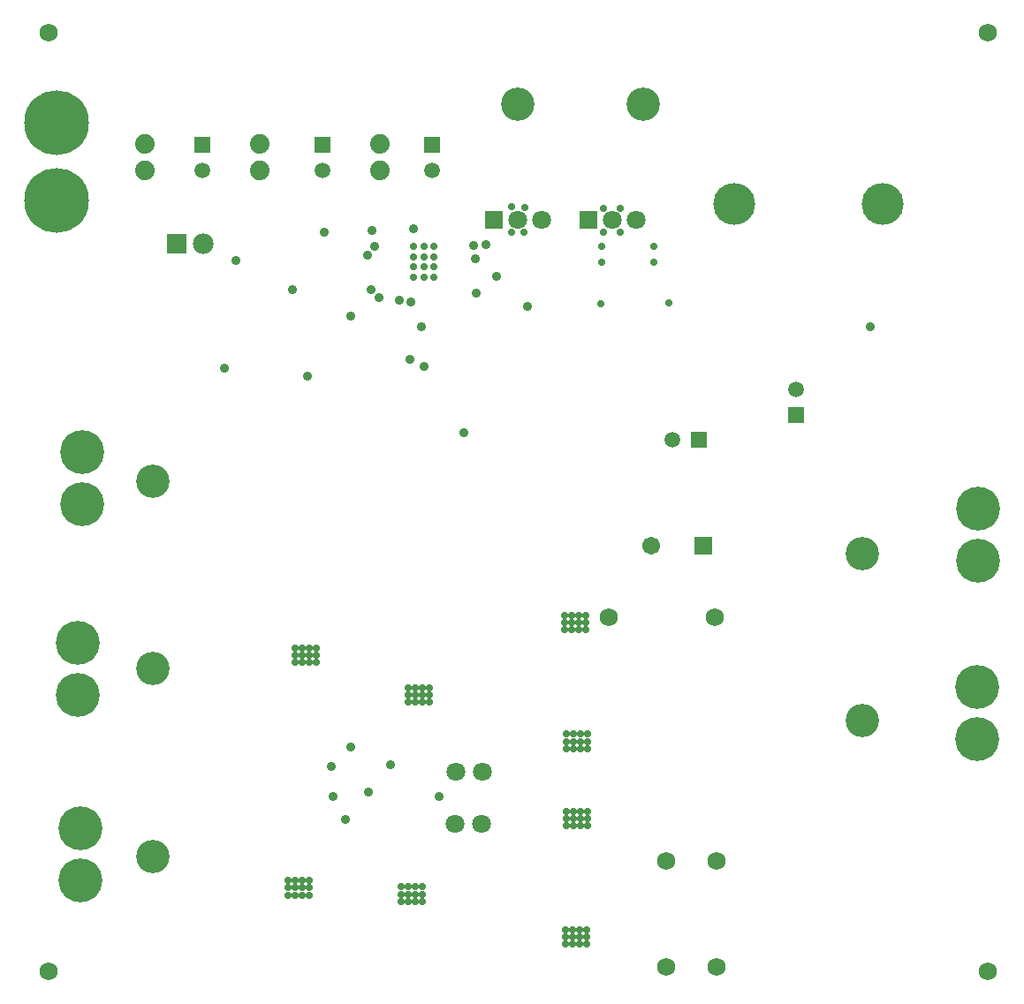
<source format=gbs>
G04 Layer_Color=8150272*
%FSLAX24Y24*%
%MOIN*%
G70*
G01*
G75*
%ADD121C,0.1655*%
%ADD122C,0.2442*%
%ADD123C,0.0740*%
%ADD124R,0.0592X0.0592*%
%ADD125C,0.0592*%
%ADD126R,0.0710X0.0710*%
%ADD127C,0.0710*%
%ADD128C,0.1580*%
%ADD129C,0.0671*%
%ADD130R,0.0671X0.0671*%
%ADD131C,0.0780*%
%ADD132R,0.0780X0.0780*%
%ADD133C,0.0680*%
%ADD134R,0.0592X0.0592*%
%ADD135C,0.1261*%
%ADD136C,0.0277*%
%ADD137C,0.0356*%
D121*
X46860Y25699D02*
D03*
Y23730D02*
D03*
X46870Y32421D02*
D03*
Y30453D02*
D03*
X12933Y27362D02*
D03*
Y25394D02*
D03*
X13022Y20344D02*
D03*
Y18376D02*
D03*
X13091Y32579D02*
D03*
Y34547D02*
D03*
D122*
X12126Y46988D02*
D03*
Y44035D02*
D03*
D123*
X24311Y45169D02*
D03*
Y46169D02*
D03*
X19783Y45169D02*
D03*
Y46169D02*
D03*
X15453Y45169D02*
D03*
Y46169D02*
D03*
D124*
X26280Y46161D02*
D03*
X22146Y46161D02*
D03*
X17618Y46161D02*
D03*
X40024Y35949D02*
D03*
D125*
X26280Y45177D02*
D03*
X22146Y45177D02*
D03*
X17618Y45177D02*
D03*
X35366Y35016D02*
D03*
X40024Y36933D02*
D03*
D126*
X28628Y43307D02*
D03*
X32171D02*
D03*
D127*
X29530D02*
D03*
X30431D02*
D03*
X33073D02*
D03*
X33974D02*
D03*
X27177Y22490D02*
D03*
X28177D02*
D03*
X27167Y20502D02*
D03*
X28167D02*
D03*
D128*
X37681Y43906D02*
D03*
X43281D02*
D03*
D129*
X34557Y31004D02*
D03*
D130*
X36526D02*
D03*
D131*
X17663Y42417D02*
D03*
D132*
X16663D02*
D03*
D133*
X35118Y15124D02*
D03*
Y19124D02*
D03*
X37018Y19108D02*
D03*
Y15108D02*
D03*
X32959Y28307D02*
D03*
X36959D02*
D03*
X47244Y50394D02*
D03*
Y14961D02*
D03*
X11811D02*
D03*
Y50394D02*
D03*
D134*
X36350Y35016D02*
D03*
D135*
X15748Y33465D02*
D03*
Y26378D02*
D03*
Y19291D02*
D03*
X42520Y24409D02*
D03*
X29528Y47677D02*
D03*
X34252D02*
D03*
X42520Y30709D02*
D03*
D136*
X29291Y43807D02*
D03*
X32746Y43750D02*
D03*
X33376D02*
D03*
Y42854D02*
D03*
X32756Y42864D02*
D03*
X29754Y42854D02*
D03*
X29291Y42851D02*
D03*
X29778Y43799D02*
D03*
X35217Y40197D02*
D03*
X32648Y40167D02*
D03*
X32677Y41732D02*
D03*
Y42323D02*
D03*
X34646D02*
D03*
Y41732D02*
D03*
X26368Y41929D02*
D03*
X25974Y41535D02*
D03*
X26368D02*
D03*
X25974Y41142D02*
D03*
X26368D02*
D03*
X25581D02*
D03*
X26368Y42323D02*
D03*
X25974D02*
D03*
Y41929D02*
D03*
X25581D02*
D03*
Y41535D02*
D03*
Y42323D02*
D03*
X21929Y27165D02*
D03*
Y26890D02*
D03*
X21654Y26614D02*
D03*
Y26890D02*
D03*
Y27165D02*
D03*
X21929Y26614D02*
D03*
X21394D02*
D03*
X21118Y27165D02*
D03*
Y26890D02*
D03*
Y26614D02*
D03*
X21394Y26890D02*
D03*
Y27165D02*
D03*
X25654Y25654D02*
D03*
Y25378D02*
D03*
X25378Y25102D02*
D03*
Y25378D02*
D03*
Y25654D02*
D03*
X25654Y25102D02*
D03*
X26189D02*
D03*
X25913Y25654D02*
D03*
Y25378D02*
D03*
Y25102D02*
D03*
X26189Y25378D02*
D03*
Y25654D02*
D03*
X31555Y28398D02*
D03*
Y28122D02*
D03*
X31280Y27846D02*
D03*
Y28122D02*
D03*
Y28398D02*
D03*
X31555Y27846D02*
D03*
X31815Y28398D02*
D03*
Y28122D02*
D03*
Y27846D02*
D03*
X32091Y28122D02*
D03*
Y28398D02*
D03*
X31610Y23902D02*
D03*
Y23626D02*
D03*
X31335Y23350D02*
D03*
Y23626D02*
D03*
Y23902D02*
D03*
X31610Y23350D02*
D03*
X32146D02*
D03*
X31870Y23902D02*
D03*
Y23626D02*
D03*
Y23350D02*
D03*
X32146Y23626D02*
D03*
Y23902D02*
D03*
X31610Y20992D02*
D03*
Y20717D02*
D03*
X31335Y20441D02*
D03*
Y20717D02*
D03*
Y20992D02*
D03*
X31610Y20441D02*
D03*
X32146D02*
D03*
X31870Y20992D02*
D03*
Y20717D02*
D03*
Y20441D02*
D03*
X32146Y20717D02*
D03*
Y20992D02*
D03*
X31591Y16531D02*
D03*
Y16256D02*
D03*
X31315Y15980D02*
D03*
Y16256D02*
D03*
Y16531D02*
D03*
X31591Y15980D02*
D03*
X32126D02*
D03*
X31850Y16531D02*
D03*
Y16256D02*
D03*
Y15980D02*
D03*
X32126Y16256D02*
D03*
Y16531D02*
D03*
X25394Y18142D02*
D03*
Y17866D02*
D03*
X25118Y17591D02*
D03*
Y17866D02*
D03*
Y18142D02*
D03*
X25394Y17591D02*
D03*
X25929D02*
D03*
X25654Y18142D02*
D03*
Y17866D02*
D03*
Y17591D02*
D03*
X25929Y17866D02*
D03*
Y18142D02*
D03*
X21114Y18378D02*
D03*
Y18102D02*
D03*
X20839Y17827D02*
D03*
Y18102D02*
D03*
Y18378D02*
D03*
X21114Y17827D02*
D03*
X21650D02*
D03*
X21374Y18378D02*
D03*
Y18102D02*
D03*
Y17827D02*
D03*
X21650Y18102D02*
D03*
Y18378D02*
D03*
X32091Y27850D02*
D03*
D137*
X25580Y42990D02*
D03*
X28327Y42390D02*
D03*
X25490Y40220D02*
D03*
X25870Y39280D02*
D03*
X18450Y37730D02*
D03*
X24730Y22746D02*
D03*
X23219Y23420D02*
D03*
X23900Y21730D02*
D03*
X22540Y21540D02*
D03*
X25440Y38060D02*
D03*
X23228Y39680D02*
D03*
X24280Y40390D02*
D03*
X27470Y35300D02*
D03*
X42805Y39290D02*
D03*
X18900Y41800D02*
D03*
X28730Y41198D02*
D03*
X29879Y40049D02*
D03*
X24000Y40680D02*
D03*
X21030D02*
D03*
X25060Y40290D02*
D03*
X22220Y42857D02*
D03*
X21580Y37420D02*
D03*
X22480Y22700D02*
D03*
X25984Y37795D02*
D03*
X27953Y40551D02*
D03*
X24114Y42323D02*
D03*
X26565Y21565D02*
D03*
X23031Y20669D02*
D03*
X24016Y42913D02*
D03*
X23859Y41987D02*
D03*
X27910Y41860D02*
D03*
X27842Y42358D02*
D03*
M02*

</source>
